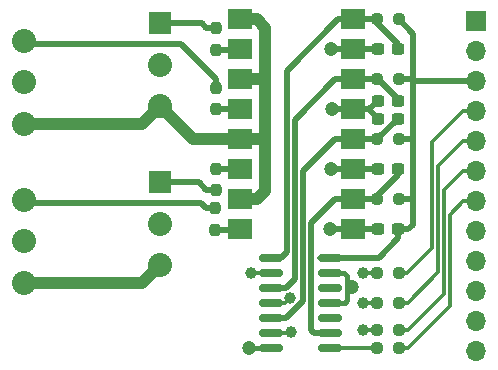
<source format=gtl>
G04 #@! TF.GenerationSoftware,KiCad,Pcbnew,(6.0.0)*
G04 #@! TF.CreationDate,2022-04-17T00:14:55-07:00*
G04 #@! TF.ProjectId,4 Channel Screw term,34204368-616e-46e6-956c-205363726577,rev?*
G04 #@! TF.SameCoordinates,Original*
G04 #@! TF.FileFunction,Copper,L1,Top*
G04 #@! TF.FilePolarity,Positive*
%FSLAX46Y46*%
G04 Gerber Fmt 4.6, Leading zero omitted, Abs format (unit mm)*
G04 Created by KiCad (PCBNEW (6.0.0)) date 2022-04-17 00:14:55*
%MOMM*%
%LPD*%
G01*
G04 APERTURE LIST*
G04 Aperture macros list*
%AMRoundRect*
0 Rectangle with rounded corners*
0 $1 Rounding radius*
0 $2 $3 $4 $5 $6 $7 $8 $9 X,Y pos of 4 corners*
0 Add a 4 corners polygon primitive as box body*
4,1,4,$2,$3,$4,$5,$6,$7,$8,$9,$2,$3,0*
0 Add four circle primitives for the rounded corners*
1,1,$1+$1,$2,$3*
1,1,$1+$1,$4,$5*
1,1,$1+$1,$6,$7*
1,1,$1+$1,$8,$9*
0 Add four rect primitives between the rounded corners*
20,1,$1+$1,$2,$3,$4,$5,0*
20,1,$1+$1,$4,$5,$6,$7,0*
20,1,$1+$1,$6,$7,$8,$9,0*
20,1,$1+$1,$8,$9,$2,$3,0*%
G04 Aperture macros list end*
G04 #@! TA.AperFunction,SMDPad,CuDef*
%ADD10RoundRect,0.150000X-0.825000X-0.150000X0.825000X-0.150000X0.825000X0.150000X-0.825000X0.150000X0*%
G04 #@! TD*
G04 #@! TA.AperFunction,SMDPad,CuDef*
%ADD11RoundRect,0.237500X0.250000X0.237500X-0.250000X0.237500X-0.250000X-0.237500X0.250000X-0.237500X0*%
G04 #@! TD*
G04 #@! TA.AperFunction,SMDPad,CuDef*
%ADD12RoundRect,0.237500X0.237500X-0.250000X0.237500X0.250000X-0.237500X0.250000X-0.237500X-0.250000X0*%
G04 #@! TD*
G04 #@! TA.AperFunction,SMDPad,CuDef*
%ADD13RoundRect,0.237500X-0.237500X0.250000X-0.237500X-0.250000X0.237500X-0.250000X0.237500X0.250000X0*%
G04 #@! TD*
G04 #@! TA.AperFunction,SMDPad,CuDef*
%ADD14RoundRect,0.237500X0.300000X0.237500X-0.300000X0.237500X-0.300000X-0.237500X0.300000X-0.237500X0*%
G04 #@! TD*
G04 #@! TA.AperFunction,SMDPad,CuDef*
%ADD15R,2.000000X1.780000*%
G04 #@! TD*
G04 #@! TA.AperFunction,ComponentPad*
%ADD16C,2.032098*%
G04 #@! TD*
G04 #@! TA.AperFunction,ComponentPad*
%ADD17C,2.032000*%
G04 #@! TD*
G04 #@! TA.AperFunction,ComponentPad*
%ADD18R,1.900000X1.900000*%
G04 #@! TD*
G04 #@! TA.AperFunction,ComponentPad*
%ADD19R,1.700000X1.700000*%
G04 #@! TD*
G04 #@! TA.AperFunction,ComponentPad*
%ADD20O,1.700000X1.700000*%
G04 #@! TD*
G04 #@! TA.AperFunction,ViaPad*
%ADD21C,1.200000*%
G04 #@! TD*
G04 #@! TA.AperFunction,ViaPad*
%ADD22C,1.000000*%
G04 #@! TD*
G04 #@! TA.AperFunction,Conductor*
%ADD23C,0.500000*%
G04 #@! TD*
G04 #@! TA.AperFunction,Conductor*
%ADD24C,0.400000*%
G04 #@! TD*
G04 #@! TA.AperFunction,Conductor*
%ADD25C,0.300000*%
G04 #@! TD*
G04 #@! TA.AperFunction,Conductor*
%ADD26C,1.000000*%
G04 #@! TD*
G04 APERTURE END LIST*
D10*
X168075000Y-83540000D03*
X168075000Y-84810000D03*
X168075000Y-86080000D03*
X168075000Y-87350000D03*
X168075000Y-88620000D03*
X168075000Y-89890000D03*
X168075000Y-91160000D03*
X173025000Y-91160000D03*
X173025000Y-89890000D03*
X173025000Y-88620000D03*
X173025000Y-87350000D03*
X173025000Y-86080000D03*
X173025000Y-84810000D03*
X173025000Y-83540000D03*
D11*
X178902500Y-91160000D03*
X177077500Y-91160000D03*
X178902500Y-89640000D03*
X177077500Y-89640000D03*
X178902500Y-87350000D03*
X177077500Y-87350000D03*
X178902500Y-84810000D03*
X177077500Y-84810000D03*
X178892500Y-78600000D03*
X177067500Y-78600000D03*
X178892500Y-73510000D03*
X177067500Y-73510000D03*
X178892500Y-68440000D03*
X177067500Y-68440000D03*
X178902500Y-63360000D03*
X177077500Y-63360000D03*
D12*
X163360000Y-81172500D03*
X163360000Y-79347500D03*
D13*
X163370000Y-75987500D03*
X163370000Y-77812500D03*
D12*
X163370000Y-70972500D03*
X163370000Y-69147500D03*
X163370000Y-65902500D03*
X163370000Y-64077500D03*
D14*
X178852500Y-76050000D03*
X177127500Y-76050000D03*
X178832500Y-71750000D03*
X177107500Y-71750000D03*
X178832500Y-70230000D03*
X177107500Y-70230000D03*
X178842500Y-65890000D03*
X177117500Y-65890000D03*
X178852500Y-81140000D03*
X177127500Y-81140000D03*
D15*
X165445000Y-63360000D03*
X174975000Y-81140000D03*
X165445000Y-65900000D03*
X174975000Y-78600000D03*
X165445000Y-68440000D03*
X174975000Y-76060000D03*
X165445000Y-70980000D03*
X174975000Y-73520000D03*
X165445000Y-73520000D03*
X174975000Y-70980000D03*
X165445000Y-76060000D03*
X174975000Y-68440000D03*
X165445000Y-78600000D03*
X174975000Y-65900000D03*
X165445000Y-81140000D03*
X174975000Y-63360000D03*
D16*
X147140000Y-85650000D03*
D17*
X147140000Y-82150000D03*
X147140000Y-78650000D03*
X158640000Y-84150000D03*
X158640000Y-80650000D03*
D18*
X158640000Y-77150000D03*
D19*
X185420000Y-63500000D03*
D20*
X185420000Y-66040000D03*
X185420000Y-68580000D03*
X185420000Y-71120000D03*
X185420000Y-73660000D03*
X185420000Y-76200000D03*
X185420000Y-78740000D03*
X185420000Y-81280000D03*
X185420000Y-83820000D03*
X185420000Y-86360000D03*
X185420000Y-88900000D03*
X185420000Y-91440000D03*
D16*
X147140000Y-72190000D03*
D17*
X147140000Y-68690000D03*
X147140000Y-65190000D03*
X158640000Y-70690000D03*
X158640000Y-67190000D03*
D18*
X158640000Y-63690000D03*
D21*
X173170000Y-65850000D03*
X173190000Y-70960000D03*
X173170000Y-76040000D03*
X166210000Y-91160000D03*
X174940000Y-85970000D03*
X173040000Y-81130000D03*
D22*
X166400000Y-84800000D03*
X169653290Y-86979759D03*
X169760000Y-89860000D03*
X175890000Y-89650000D03*
X175890000Y-87350000D03*
X175890000Y-84810000D03*
D23*
X173220000Y-65900000D02*
X173170000Y-65850000D01*
X174975000Y-65900000D02*
X173220000Y-65900000D01*
X173210000Y-70980000D02*
X173190000Y-70960000D01*
X174975000Y-70980000D02*
X173210000Y-70980000D01*
X173190000Y-76060000D02*
X173170000Y-76040000D01*
X174975000Y-76060000D02*
X173190000Y-76060000D01*
D24*
X174920000Y-85990000D02*
X174500000Y-85990000D01*
X174940000Y-85970000D02*
X174920000Y-85990000D01*
D23*
X173050000Y-81140000D02*
X173040000Y-81130000D01*
X173080000Y-81140000D02*
X173050000Y-81140000D01*
D24*
X174500000Y-85990000D02*
X174500000Y-85050000D01*
X174500000Y-87150000D02*
X174500000Y-85990000D01*
X174500000Y-85050000D02*
X174260000Y-84810000D01*
X174300000Y-87350000D02*
X174500000Y-87150000D01*
X173025000Y-87350000D02*
X174300000Y-87350000D01*
X174260000Y-84810000D02*
X173025000Y-84810000D01*
X168075000Y-91160000D02*
X166210000Y-91160000D01*
D25*
X166410000Y-84810000D02*
X166400000Y-84800000D01*
X168075000Y-84810000D02*
X166410000Y-84810000D01*
X169283049Y-87350000D02*
X169653290Y-86979759D01*
X168075000Y-87350000D02*
X169283049Y-87350000D01*
X169730000Y-89890000D02*
X169760000Y-89860000D01*
X168075000Y-89890000D02*
X169730000Y-89890000D01*
X177077500Y-91160000D02*
X173025000Y-91160000D01*
X175900000Y-89640000D02*
X175890000Y-89650000D01*
X177077500Y-89640000D02*
X175900000Y-89640000D01*
X177077500Y-87350000D02*
X175890000Y-87350000D01*
X177077500Y-84810000D02*
X175890000Y-84810000D01*
D23*
X170080480Y-71834520D02*
X170080480Y-85349520D01*
X170080480Y-85349520D02*
X169350000Y-86080000D01*
X173475000Y-68440000D02*
X170080480Y-71834520D01*
X174975000Y-68440000D02*
X173475000Y-68440000D01*
X169350000Y-86080000D02*
X167305000Y-86080000D01*
X170780000Y-87200000D02*
X169360000Y-88620000D01*
X170780000Y-76215000D02*
X170780000Y-87200000D01*
X173475000Y-73520000D02*
X170780000Y-76215000D01*
X169360000Y-88620000D02*
X167305000Y-88620000D01*
X174975000Y-73520000D02*
X173475000Y-73520000D01*
X168910000Y-83540000D02*
X167305000Y-83540000D01*
X173700000Y-63360000D02*
X169380960Y-67679040D01*
X169380960Y-67679040D02*
X169380960Y-83069040D01*
X174975000Y-63360000D02*
X173700000Y-63360000D01*
X169380960Y-83069040D02*
X168910000Y-83540000D01*
X171700960Y-89890000D02*
X172255000Y-89890000D01*
X171479511Y-89668551D02*
X171700960Y-89890000D01*
X173475000Y-78600000D02*
X171479511Y-80595489D01*
X174975000Y-78600000D02*
X173475000Y-78600000D01*
X171479511Y-80595489D02*
X171479511Y-89668551D01*
D26*
X161470000Y-73520000D02*
X158640000Y-70690000D01*
X165445000Y-73520000D02*
X161470000Y-73520000D01*
X157140000Y-72190000D02*
X158640000Y-70690000D01*
X147140000Y-72190000D02*
X157140000Y-72190000D01*
D23*
X178852500Y-81897500D02*
X178852500Y-81140000D01*
X177210000Y-83540000D02*
X178852500Y-81897500D01*
X172255000Y-83540000D02*
X177210000Y-83540000D01*
X180110000Y-80720000D02*
X179690000Y-81140000D01*
X179690000Y-81140000D02*
X178852500Y-81140000D01*
X180110000Y-77382500D02*
X180110000Y-80720000D01*
X180110000Y-78600000D02*
X178892500Y-78600000D01*
X180110000Y-77382500D02*
X180110000Y-78600000D01*
X185420000Y-68580000D02*
X180130000Y-68580000D01*
X180130000Y-68580000D02*
X180110000Y-68600000D01*
X179950000Y-68440000D02*
X180110000Y-68600000D01*
X178892500Y-68440000D02*
X179950000Y-68440000D01*
X180110000Y-68600000D02*
X180110000Y-73340000D01*
X180110000Y-64567500D02*
X180110000Y-68600000D01*
X180110000Y-73340000D02*
X180110000Y-77382500D01*
X178892500Y-73510000D02*
X179940000Y-73510000D01*
X179940000Y-73510000D02*
X180110000Y-73340000D01*
X178902500Y-63360000D02*
X180110000Y-64567500D01*
D26*
X166880000Y-78600000D02*
X165445000Y-78600000D01*
X167560000Y-77920000D02*
X166880000Y-78600000D01*
X167560000Y-72810000D02*
X167560000Y-77920000D01*
X167410000Y-73520000D02*
X165445000Y-73520000D01*
X167560000Y-73370000D02*
X167410000Y-73520000D01*
X167560000Y-72810000D02*
X167560000Y-73370000D01*
X165445000Y-68440000D02*
X167460000Y-68440000D01*
X167460000Y-68440000D02*
X167560000Y-68540000D01*
X167560000Y-68540000D02*
X167560000Y-72810000D01*
X167560000Y-64080000D02*
X167560000Y-68540000D01*
X166840000Y-63360000D02*
X167560000Y-64080000D01*
X165445000Y-63360000D02*
X166840000Y-63360000D01*
X157140000Y-85650000D02*
X158640000Y-84150000D01*
X147140000Y-85650000D02*
X157140000Y-85650000D01*
D23*
X174975000Y-81140000D02*
X173080000Y-81140000D01*
D25*
X183198558Y-79881442D02*
X183198558Y-87591442D01*
X183198558Y-87591442D02*
X179630000Y-91160000D01*
X179630000Y-91160000D02*
X178902500Y-91160000D01*
X184340000Y-78740000D02*
X183198558Y-79881442D01*
X185420000Y-78740000D02*
X184340000Y-78740000D01*
X179630000Y-89640000D02*
X178902500Y-89640000D01*
X182699039Y-77810961D02*
X182699039Y-86570961D01*
X184310000Y-76200000D02*
X182699039Y-77810961D01*
X185420000Y-76200000D02*
X184310000Y-76200000D01*
X182699039Y-86570961D02*
X179630000Y-89640000D01*
X182199520Y-75760480D02*
X182199520Y-84780480D01*
X184300000Y-73660000D02*
X182199520Y-75760480D01*
X182199520Y-84780480D02*
X179630000Y-87350000D01*
X185420000Y-73660000D02*
X184300000Y-73660000D01*
X179630000Y-87350000D02*
X178902500Y-87350000D01*
X179590000Y-84810000D02*
X178902500Y-84810000D01*
X181700000Y-73730000D02*
X181700000Y-82700000D01*
X181700000Y-82700000D02*
X179590000Y-84810000D01*
X184310000Y-71120000D02*
X181700000Y-73730000D01*
X185420000Y-71120000D02*
X184310000Y-71120000D01*
D23*
X177127500Y-81140000D02*
X174975000Y-81140000D01*
X174985000Y-76050000D02*
X174975000Y-76060000D01*
X177127500Y-76050000D02*
X174985000Y-76050000D01*
X176337500Y-70980000D02*
X174975000Y-70980000D01*
X177107500Y-71750000D02*
X176337500Y-70980000D01*
X176357500Y-70980000D02*
X174975000Y-70980000D01*
X177107500Y-70230000D02*
X176357500Y-70980000D01*
X174985000Y-65890000D02*
X174975000Y-65900000D01*
X177117500Y-65890000D02*
X174985000Y-65890000D01*
X177067500Y-78282500D02*
X177067500Y-78600000D01*
X178852500Y-76497500D02*
X177067500Y-78282500D01*
X178852500Y-76050000D02*
X178852500Y-76497500D01*
X177080000Y-73510000D02*
X177067500Y-73510000D01*
X178832500Y-71757500D02*
X177080000Y-73510000D01*
X178832500Y-71750000D02*
X178832500Y-71757500D01*
X178832500Y-70112500D02*
X177160000Y-68440000D01*
X178832500Y-70230000D02*
X178832500Y-70112500D01*
X177160000Y-68440000D02*
X177067500Y-68440000D01*
X178842500Y-65412500D02*
X177077500Y-63647500D01*
X178842500Y-65890000D02*
X178842500Y-65412500D01*
X177077500Y-63647500D02*
X177077500Y-63360000D01*
X177077500Y-63360000D02*
X174975000Y-63360000D01*
X177067500Y-68440000D02*
X174975000Y-68440000D01*
X177067500Y-73510000D02*
X174985000Y-73510000D01*
X174985000Y-73510000D02*
X174975000Y-73520000D01*
X177067500Y-78600000D02*
X174975000Y-78600000D01*
X165412500Y-81172500D02*
X165445000Y-81140000D01*
X163360000Y-81172500D02*
X165412500Y-81172500D01*
X165372500Y-75987500D02*
X165445000Y-76060000D01*
X163370000Y-75987500D02*
X165372500Y-75987500D01*
X165437500Y-70972500D02*
X165445000Y-70980000D01*
X163370000Y-70972500D02*
X165437500Y-70972500D01*
X165442500Y-65902500D02*
X165445000Y-65900000D01*
X163370000Y-65902500D02*
X165442500Y-65902500D01*
X162190000Y-63690000D02*
X158640000Y-63690000D01*
X163370000Y-64077500D02*
X162577500Y-64077500D01*
X162577500Y-64077500D02*
X162190000Y-63690000D01*
X163370000Y-68380000D02*
X163370000Y-69147500D01*
X160450000Y-65460000D02*
X163370000Y-68380000D01*
X147410000Y-65460000D02*
X160450000Y-65460000D01*
X147140000Y-65190000D02*
X147410000Y-65460000D01*
X162592500Y-77812500D02*
X163370000Y-77812500D01*
X161930000Y-77150000D02*
X162592500Y-77812500D01*
X158640000Y-77150000D02*
X161930000Y-77150000D01*
X147390000Y-78900000D02*
X147140000Y-78650000D01*
X162120000Y-78900000D02*
X147390000Y-78900000D01*
X163360000Y-79347500D02*
X162567500Y-79347500D01*
X162567500Y-79347500D02*
X162120000Y-78900000D01*
M02*

</source>
